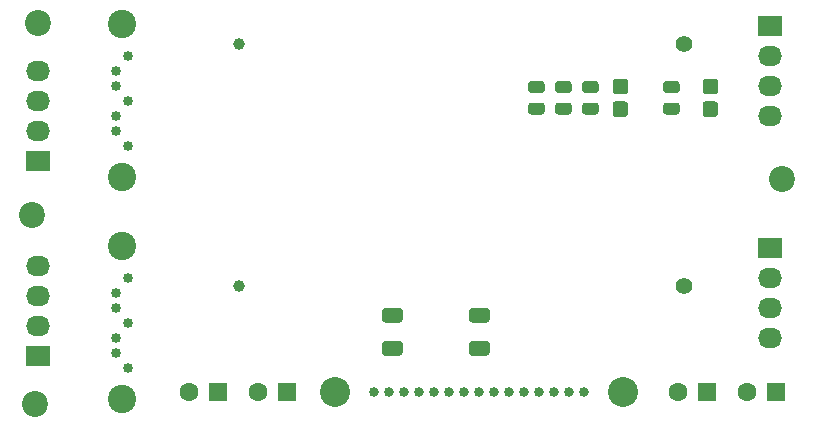
<source format=gbr>
%TF.GenerationSoftware,KiCad,Pcbnew,(5.1.10)-1*%
%TF.CreationDate,2021-07-20T23:53:59+08:00*%
%TF.ProjectId,2.5_SAS_Backend,322e355f-5341-4535-9f42-61636b656e64,rev?*%
%TF.SameCoordinates,Original*%
%TF.FileFunction,Soldermask,Top*%
%TF.FilePolarity,Negative*%
%FSLAX46Y46*%
G04 Gerber Fmt 4.6, Leading zero omitted, Abs format (unit mm)*
G04 Created by KiCad (PCBNEW (5.1.10)-1) date 2021-07-20 23:53:59*
%MOMM*%
%LPD*%
G01*
G04 APERTURE LIST*
%ADD10C,2.200000*%
%ADD11C,1.000000*%
%ADD12C,1.400000*%
%ADD13C,2.400000*%
%ADD14C,0.850000*%
%ADD15C,0.840000*%
%ADD16C,2.540000*%
%ADD17C,1.600000*%
%ADD18R,1.600000X1.600000*%
%ADD19R,2.030000X1.730000*%
%ADD20O,2.030000X1.730000*%
G04 APERTURE END LIST*
D10*
%TO.C,REF\u002A\u002A*%
X34798000Y-33020000D03*
%TD*%
%TO.C,REF\u002A\u002A*%
X34544000Y-65278000D03*
%TD*%
%TO.C,REF\u002A\u002A*%
X97790000Y-46228000D03*
%TD*%
%TO.C,REF\u002A\u002A*%
X34290000Y-49276000D03*
%TD*%
%TO.C,D1*%
G36*
G01*
X92094001Y-39070000D02*
X91293999Y-39070000D01*
G75*
G02*
X91044000Y-38820001I0J249999D01*
G01*
X91044000Y-37994999D01*
G75*
G02*
X91293999Y-37745000I249999J0D01*
G01*
X92094001Y-37745000D01*
G75*
G02*
X92344000Y-37994999I0J-249999D01*
G01*
X92344000Y-38820001D01*
G75*
G02*
X92094001Y-39070000I-249999J0D01*
G01*
G37*
G36*
G01*
X92094001Y-40995000D02*
X91293999Y-40995000D01*
G75*
G02*
X91044000Y-40745001I0J249999D01*
G01*
X91044000Y-39919999D01*
G75*
G02*
X91293999Y-39670000I249999J0D01*
G01*
X92094001Y-39670000D01*
G75*
G02*
X92344000Y-39919999I0J-249999D01*
G01*
X92344000Y-40745001D01*
G75*
G02*
X92094001Y-40995000I-249999J0D01*
G01*
G37*
%TD*%
%TO.C,R1*%
G36*
G01*
X88842002Y-38970000D02*
X87941998Y-38970000D01*
G75*
G02*
X87692000Y-38720002I0J249998D01*
G01*
X87692000Y-38194998D01*
G75*
G02*
X87941998Y-37945000I249998J0D01*
G01*
X88842002Y-37945000D01*
G75*
G02*
X89092000Y-38194998I0J-249998D01*
G01*
X89092000Y-38720002D01*
G75*
G02*
X88842002Y-38970000I-249998J0D01*
G01*
G37*
G36*
G01*
X88842002Y-40795000D02*
X87941998Y-40795000D01*
G75*
G02*
X87692000Y-40545002I0J249998D01*
G01*
X87692000Y-40019998D01*
G75*
G02*
X87941998Y-39770000I249998J0D01*
G01*
X88842002Y-39770000D01*
G75*
G02*
X89092000Y-40019998I0J-249998D01*
G01*
X89092000Y-40545002D01*
G75*
G02*
X88842002Y-40795000I-249998J0D01*
G01*
G37*
%TD*%
%TO.C,F2*%
G36*
G01*
X71511000Y-59957000D02*
X72761000Y-59957000D01*
G75*
G02*
X73011000Y-60207000I0J-250000D01*
G01*
X73011000Y-60957000D01*
G75*
G02*
X72761000Y-61207000I-250000J0D01*
G01*
X71511000Y-61207000D01*
G75*
G02*
X71261000Y-60957000I0J250000D01*
G01*
X71261000Y-60207000D01*
G75*
G02*
X71511000Y-59957000I250000J0D01*
G01*
G37*
G36*
G01*
X71511000Y-57157000D02*
X72761000Y-57157000D01*
G75*
G02*
X73011000Y-57407000I0J-250000D01*
G01*
X73011000Y-58157000D01*
G75*
G02*
X72761000Y-58407000I-250000J0D01*
G01*
X71511000Y-58407000D01*
G75*
G02*
X71261000Y-58157000I0J250000D01*
G01*
X71261000Y-57407000D01*
G75*
G02*
X71511000Y-57157000I250000J0D01*
G01*
G37*
%TD*%
%TO.C,F1*%
G36*
G01*
X64145000Y-59957000D02*
X65395000Y-59957000D01*
G75*
G02*
X65645000Y-60207000I0J-250000D01*
G01*
X65645000Y-60957000D01*
G75*
G02*
X65395000Y-61207000I-250000J0D01*
G01*
X64145000Y-61207000D01*
G75*
G02*
X63895000Y-60957000I0J250000D01*
G01*
X63895000Y-60207000D01*
G75*
G02*
X64145000Y-59957000I250000J0D01*
G01*
G37*
G36*
G01*
X64145000Y-57157000D02*
X65395000Y-57157000D01*
G75*
G02*
X65645000Y-57407000I0J-250000D01*
G01*
X65645000Y-58157000D01*
G75*
G02*
X65395000Y-58407000I-250000J0D01*
G01*
X64145000Y-58407000D01*
G75*
G02*
X63895000Y-58157000I0J250000D01*
G01*
X63895000Y-57407000D01*
G75*
G02*
X64145000Y-57157000I250000J0D01*
G01*
G37*
%TD*%
D11*
%TO.C,U1*%
X51750000Y-34810000D03*
D12*
X89500000Y-34810000D03*
%TD*%
%TO.C,R4*%
G36*
G01*
X81984002Y-38970000D02*
X81083998Y-38970000D01*
G75*
G02*
X80834000Y-38720002I0J249998D01*
G01*
X80834000Y-38194998D01*
G75*
G02*
X81083998Y-37945000I249998J0D01*
G01*
X81984002Y-37945000D01*
G75*
G02*
X82234000Y-38194998I0J-249998D01*
G01*
X82234000Y-38720002D01*
G75*
G02*
X81984002Y-38970000I-249998J0D01*
G01*
G37*
G36*
G01*
X81984002Y-40795000D02*
X81083998Y-40795000D01*
G75*
G02*
X80834000Y-40545002I0J249998D01*
G01*
X80834000Y-40019998D01*
G75*
G02*
X81083998Y-39770000I249998J0D01*
G01*
X81984002Y-39770000D01*
G75*
G02*
X82234000Y-40019998I0J-249998D01*
G01*
X82234000Y-40545002D01*
G75*
G02*
X81984002Y-40795000I-249998J0D01*
G01*
G37*
%TD*%
%TO.C,R3*%
G36*
G01*
X78797998Y-39770000D02*
X79698002Y-39770000D01*
G75*
G02*
X79948000Y-40019998I0J-249998D01*
G01*
X79948000Y-40545002D01*
G75*
G02*
X79698002Y-40795000I-249998J0D01*
G01*
X78797998Y-40795000D01*
G75*
G02*
X78548000Y-40545002I0J249998D01*
G01*
X78548000Y-40019998D01*
G75*
G02*
X78797998Y-39770000I249998J0D01*
G01*
G37*
G36*
G01*
X78797998Y-37945000D02*
X79698002Y-37945000D01*
G75*
G02*
X79948000Y-38194998I0J-249998D01*
G01*
X79948000Y-38720002D01*
G75*
G02*
X79698002Y-38970000I-249998J0D01*
G01*
X78797998Y-38970000D01*
G75*
G02*
X78548000Y-38720002I0J249998D01*
G01*
X78548000Y-38194998D01*
G75*
G02*
X78797998Y-37945000I249998J0D01*
G01*
G37*
%TD*%
%TO.C,R2*%
G36*
G01*
X77412002Y-38970000D02*
X76511998Y-38970000D01*
G75*
G02*
X76262000Y-38720002I0J249998D01*
G01*
X76262000Y-38194998D01*
G75*
G02*
X76511998Y-37945000I249998J0D01*
G01*
X77412002Y-37945000D01*
G75*
G02*
X77662000Y-38194998I0J-249998D01*
G01*
X77662000Y-38720002D01*
G75*
G02*
X77412002Y-38970000I-249998J0D01*
G01*
G37*
G36*
G01*
X77412002Y-40795000D02*
X76511998Y-40795000D01*
G75*
G02*
X76262000Y-40545002I0J249998D01*
G01*
X76262000Y-40019998D01*
G75*
G02*
X76511998Y-39770000I249998J0D01*
G01*
X77412002Y-39770000D01*
G75*
G02*
X77662000Y-40019998I0J-249998D01*
G01*
X77662000Y-40545002D01*
G75*
G02*
X77412002Y-40795000I-249998J0D01*
G01*
G37*
%TD*%
%TO.C,D2*%
G36*
G01*
X83673999Y-39670000D02*
X84474001Y-39670000D01*
G75*
G02*
X84724000Y-39919999I0J-249999D01*
G01*
X84724000Y-40745001D01*
G75*
G02*
X84474001Y-40995000I-249999J0D01*
G01*
X83673999Y-40995000D01*
G75*
G02*
X83424000Y-40745001I0J249999D01*
G01*
X83424000Y-39919999D01*
G75*
G02*
X83673999Y-39670000I249999J0D01*
G01*
G37*
G36*
G01*
X83673999Y-37745000D02*
X84474001Y-37745000D01*
G75*
G02*
X84724000Y-37994999I0J-249999D01*
G01*
X84724000Y-38820001D01*
G75*
G02*
X84474001Y-39070000I-249999J0D01*
G01*
X83673999Y-39070000D01*
G75*
G02*
X83424000Y-38820001I0J249999D01*
G01*
X83424000Y-37994999D01*
G75*
G02*
X83673999Y-37745000I249999J0D01*
G01*
G37*
%TD*%
D13*
%TO.C,U5*%
X41910000Y-51950000D03*
X41910000Y-64890000D03*
D14*
X42410000Y-54610000D03*
X41410000Y-55880000D03*
X41410000Y-57150000D03*
X42410000Y-58420000D03*
X41410000Y-59690000D03*
X41410000Y-60960000D03*
X42410000Y-62230000D03*
%TD*%
D13*
%TO.C,U3*%
X41910000Y-33154000D03*
X41910000Y-46094000D03*
D14*
X42410000Y-35814000D03*
X41410000Y-37084000D03*
X41410000Y-38354000D03*
X42410000Y-39624000D03*
X41410000Y-40894000D03*
X41410000Y-42164000D03*
X42410000Y-43434000D03*
%TD*%
D11*
%TO.C,U4*%
X51750000Y-55310000D03*
D12*
X89500000Y-55310000D03*
%TD*%
D15*
%TO.C,U2*%
X64458000Y-64262000D03*
X65728000Y-64262000D03*
X63188000Y-64262000D03*
X69538000Y-64262000D03*
X66998000Y-64262000D03*
X68268000Y-64262000D03*
X70808000Y-64262000D03*
X72078000Y-64262000D03*
X73348000Y-64262000D03*
X74618000Y-64262000D03*
X75888000Y-64262000D03*
X77158000Y-64262000D03*
X78428000Y-64262000D03*
X79698000Y-64262000D03*
X80968000Y-64262000D03*
D16*
X59918600Y-64262000D03*
X84328000Y-64262000D03*
%TD*%
D17*
%TO.C,5V_C2*%
X88940000Y-64262000D03*
D18*
X91440000Y-64262000D03*
%TD*%
D17*
%TO.C,12V_C3*%
X47538000Y-64262000D03*
D18*
X50038000Y-64262000D03*
%TD*%
D17*
%TO.C,12V_C4*%
X53380000Y-64262000D03*
D18*
X55880000Y-64262000D03*
%TD*%
D19*
%TO.C,M1*%
X96774000Y-52070000D03*
D20*
X96774000Y-54610000D03*
X96774000Y-57150000D03*
X96774000Y-59690000D03*
%TD*%
D19*
%TO.C,M2*%
X96774000Y-33274000D03*
D20*
X96774000Y-35814000D03*
X96774000Y-38354000D03*
X96774000Y-40894000D03*
%TD*%
D19*
%TO.C,M3*%
X34798000Y-44704000D03*
D20*
X34798000Y-42164000D03*
X34798000Y-39624000D03*
X34798000Y-37084000D03*
%TD*%
D19*
%TO.C,M4*%
X34798000Y-61214000D03*
D20*
X34798000Y-58674000D03*
X34798000Y-56134000D03*
X34798000Y-53594000D03*
%TD*%
D17*
%TO.C,5V_C1*%
X94782000Y-64262000D03*
D18*
X97282000Y-64262000D03*
%TD*%
M02*

</source>
